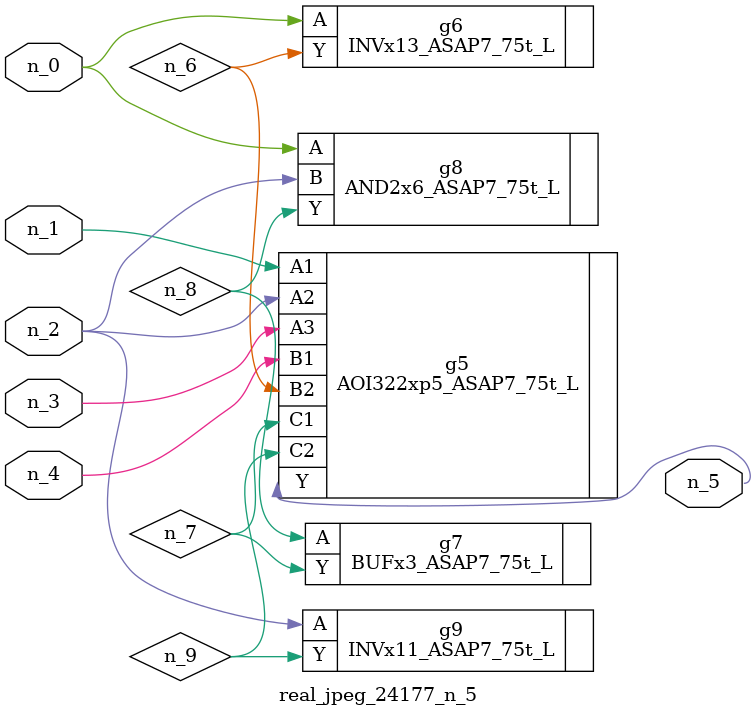
<source format=v>
module real_jpeg_24177_n_5 (n_4, n_0, n_1, n_2, n_3, n_5);

input n_4;
input n_0;
input n_1;
input n_2;
input n_3;

output n_5;

wire n_8;
wire n_6;
wire n_7;
wire n_9;

INVx13_ASAP7_75t_L g6 ( 
.A(n_0),
.Y(n_6)
);

AND2x6_ASAP7_75t_L g8 ( 
.A(n_0),
.B(n_2),
.Y(n_8)
);

AOI322xp5_ASAP7_75t_L g5 ( 
.A1(n_1),
.A2(n_2),
.A3(n_3),
.B1(n_4),
.B2(n_6),
.C1(n_7),
.C2(n_9),
.Y(n_5)
);

INVx11_ASAP7_75t_L g9 ( 
.A(n_2),
.Y(n_9)
);

BUFx3_ASAP7_75t_L g7 ( 
.A(n_8),
.Y(n_7)
);


endmodule
</source>
